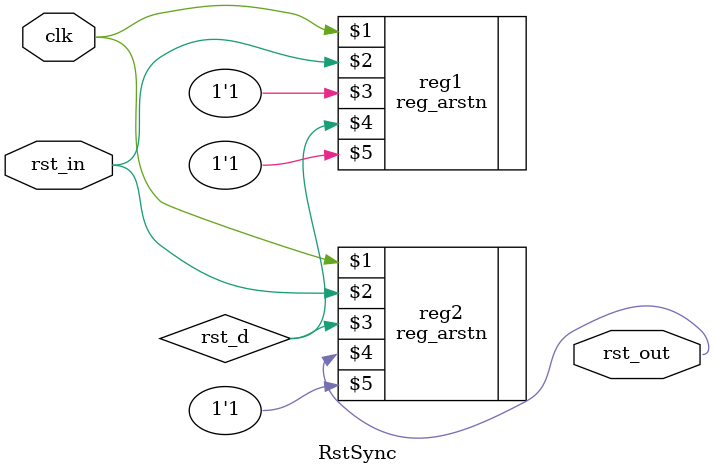
<source format=v>
module RstSync (
	input clk,
	input rst_in,
	output rst_out
	);

	wire rst_d;
	reg_arstn #(1,'b0) reg1 (clk, rst_in, 1'b1,  rst_d,   1'b1);
	reg_arstn #(1,'b0) reg2 (clk, rst_in, rst_d, rst_out, 1'b1);

endmodule

</source>
